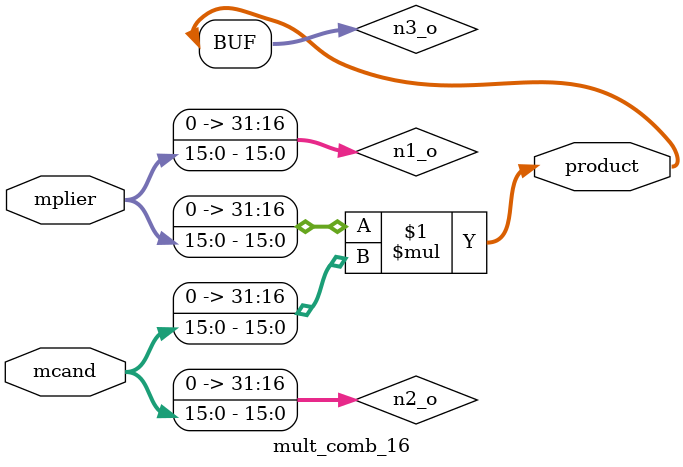
<source format=v>
module mult_comb_16
  (input  [15:0] mplier,
   input  [15:0] mcand,
   output [31:0] product);
  wire [31:0] n1_o;
  wire [31:0] n2_o;
  wire [31:0] n3_o;
  assign product = n3_o;
  /* src/mult_comb_nbits.vhdl:15:50  */
  assign n1_o = {16'b0, mplier};  //  uext
  /* src/mult_comb_nbits.vhdl:15:50  */
  assign n2_o = {16'b0, mcand};  //  uext
  /* src/mult_comb_nbits.vhdl:15:50  */
  assign n3_o = n1_o * n2_o; // umul
endmodule


</source>
